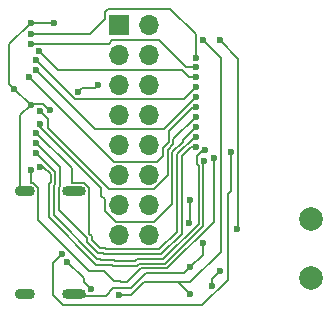
<source format=gbr>
%TF.GenerationSoftware,KiCad,Pcbnew,8.0.2-1*%
%TF.CreationDate,2024-11-26T15:22:06-05:00*%
%TF.ProjectId,hack_matrix,6861636b-5f6d-4617-9472-69782e6b6963,rev?*%
%TF.SameCoordinates,Original*%
%TF.FileFunction,Copper,L2,Bot*%
%TF.FilePolarity,Positive*%
%FSLAX46Y46*%
G04 Gerber Fmt 4.6, Leading zero omitted, Abs format (unit mm)*
G04 Created by KiCad (PCBNEW 8.0.2-1) date 2024-11-26 15:22:06*
%MOMM*%
%LPD*%
G01*
G04 APERTURE LIST*
%TA.AperFunction,ComponentPad*%
%ADD10O,2.000000X0.900000*%
%TD*%
%TA.AperFunction,ComponentPad*%
%ADD11O,1.700000X0.900000*%
%TD*%
%TA.AperFunction,ComponentPad*%
%ADD12C,2.000000*%
%TD*%
%TA.AperFunction,ComponentPad*%
%ADD13R,1.700000X1.700000*%
%TD*%
%TA.AperFunction,ComponentPad*%
%ADD14O,1.700000X1.700000*%
%TD*%
%TA.AperFunction,ViaPad*%
%ADD15C,0.600000*%
%TD*%
%TA.AperFunction,Conductor*%
%ADD16C,0.200000*%
%TD*%
G04 APERTURE END LIST*
D10*
%TO.P,J1,S1,SHIELD*%
%TO.N,GND*%
X173170000Y-83297570D03*
%TO.P,J1,S2,SHIELD*%
X173170000Y-91947570D03*
D11*
%TO.P,J1,S3,SHIELD*%
X169000000Y-83297570D03*
%TO.P,J1,S4,SHIELD*%
X169000000Y-91947570D03*
%TD*%
D12*
%TO.P,J2,1,Pin_1*%
%TO.N,+5V*%
X193216183Y-90602955D03*
%TO.P,J2,2,Pin_2*%
%TO.N,GND*%
X193216183Y-85602955D03*
%TD*%
D13*
%TO.P,U2,1,R1*%
%TO.N,Net-(U2-R1)*%
X176964810Y-69220000D03*
D14*
%TO.P,U2,2,G1*%
%TO.N,Net-(U2-G1)*%
X179504810Y-69220000D03*
%TO.P,U2,3,B1*%
%TO.N,Net-(U2-B1)*%
X176964810Y-71760000D03*
%TO.P,U2,4,GND*%
%TO.N,GND*%
X179504810Y-71760000D03*
%TO.P,U2,5,R2*%
%TO.N,Net-(U2-R2)*%
X176964810Y-74300000D03*
%TO.P,U2,6,G2*%
%TO.N,Net-(U2-G2)*%
X179504810Y-74300000D03*
%TO.P,U2,7,B2*%
%TO.N,Net-(U2-B2)*%
X176964810Y-76840000D03*
%TO.P,U2,8,GND*%
%TO.N,GND*%
X179504810Y-76840000D03*
%TO.P,U2,9,A*%
%TO.N,Net-(U1-B3)*%
X176964810Y-79380000D03*
%TO.P,U2,10,B*%
%TO.N,Net-(U1-B2)*%
X179504810Y-79380000D03*
%TO.P,U2,11,C*%
%TO.N,Net-(U1-B5)*%
X176964810Y-81920000D03*
%TO.P,U2,12,D*%
%TO.N,Net-(U1-B4)*%
X179504810Y-81920000D03*
%TO.P,U2,13,CLK*%
%TO.N,Net-(U1-B7)*%
X176964810Y-84460000D03*
%TO.P,U2,14,STROBE*%
%TO.N,Net-(U1-B6)*%
X179504810Y-84460000D03*
%TO.P,U2,15,OE-*%
%TO.N,Net-(U1-B8)*%
X176964810Y-87000000D03*
%TO.P,U2,16,GND*%
%TO.N,GND*%
X179504810Y-87000000D03*
%TD*%
D15*
%TO.N,GND*%
X185500000Y-90000000D03*
X184825735Y-91325735D03*
%TO.N,+5V*%
X182951421Y-85951421D03*
X183000000Y-84000000D03*
X173524821Y-74875179D03*
X175250000Y-74250000D03*
%TO.N,GND*%
X184065637Y-87665637D03*
X183019588Y-89710000D03*
%TO.N,Net-(J1-CC1)*%
X174588324Y-91544475D03*
%TO.N,GND*%
X168130000Y-74630000D03*
X169500000Y-76000000D03*
X171500000Y-69000000D03*
X171120736Y-76398318D03*
X169500000Y-69000000D03*
%TO.N,+3V3*%
X184100000Y-70500000D03*
X183000000Y-92000000D03*
%TO.N,/GPIO0*%
X187000000Y-86500000D03*
X185500000Y-70500000D03*
%TO.N,Net-(J1-CC1)*%
X172614871Y-89262570D03*
%TO.N,/D-*%
X186473816Y-80000000D03*
X172167951Y-88599045D03*
%TO.N,/B2*%
X183516726Y-76139377D03*
X169410604Y-73589396D03*
%TO.N,/R1*%
X183500000Y-72000000D03*
X169500000Y-70000000D03*
%TO.N,/C*%
X183512637Y-79515911D03*
X169996927Y-79199726D03*
%TO.N,/R2*%
X183507866Y-75313392D03*
X169976291Y-73023709D03*
%TO.N,/B1*%
X183507866Y-73613394D03*
X170242785Y-71400003D03*
%TO.N,/CLK*%
X184212475Y-80755323D03*
X170300071Y-81199929D03*
%TO.N,/A*%
X170324264Y-77614370D03*
X183517700Y-77823220D03*
%TO.N,/OE-*%
X169500000Y-81500000D03*
X185000000Y-80500000D03*
%TO.N,/G1*%
X169500000Y-70800003D03*
X183500000Y-72800003D03*
%TO.N,/STROBE*%
X169976736Y-80028064D03*
X184251743Y-79822059D03*
%TO.N,/D*%
X183526524Y-78659022D03*
X169984251Y-78338521D03*
%TO.N,/G2*%
X183500000Y-74500000D03*
X169942705Y-72141593D03*
%TO.N,/B*%
X183500000Y-77000000D03*
X170324264Y-76473396D03*
%TO.N,+3V3*%
X177031590Y-92098912D03*
%TD*%
D16*
%TO.N,+5V*%
X183000000Y-84000000D02*
X183000000Y-85902842D01*
X183000000Y-85902842D02*
X182951421Y-85951421D01*
%TO.N,GND*%
X184825735Y-90674265D02*
X185500000Y-90000000D01*
X184825735Y-91325735D02*
X184825735Y-90674265D01*
X173170000Y-91947570D02*
X173366905Y-92144475D01*
X173366905Y-92144475D02*
X175855525Y-92144475D01*
X175855525Y-92144475D02*
X176501088Y-91498912D01*
X176501088Y-91498912D02*
X178027786Y-91498912D01*
X179311021Y-90215677D02*
X182513911Y-90215677D01*
X178027786Y-91498912D02*
X179311021Y-90215677D01*
X182513911Y-90215677D02*
X183019588Y-89710000D01*
%TO.N,/D-*%
X186473816Y-80000000D02*
X186473816Y-83226184D01*
X184053661Y-92946339D02*
X172247427Y-92946339D01*
X186473816Y-83226184D02*
X186200000Y-83500000D01*
X186200000Y-83500000D02*
X186200000Y-90800000D01*
X186200000Y-90800000D02*
X184053661Y-92946339D01*
X172247427Y-92946339D02*
X171400000Y-92098912D01*
X171400000Y-92098912D02*
X171400000Y-89366996D01*
X171400000Y-89366996D02*
X172167951Y-88599045D01*
%TO.N,/OE-*%
X185000000Y-80500000D02*
X185000000Y-85882744D01*
X178862492Y-89815677D02*
X177678169Y-91000000D01*
X185000000Y-85882744D02*
X181067067Y-89815677D01*
X174417435Y-90000000D02*
X170150000Y-85732565D01*
X170150000Y-82986910D02*
X169710660Y-82547570D01*
X177678169Y-91000000D02*
X177202548Y-91000000D01*
X169710660Y-82547570D02*
X169547570Y-82547570D01*
X169547570Y-82547570D02*
X169500000Y-82500000D01*
X177202548Y-91000000D02*
X177072548Y-90870000D01*
X177072548Y-90870000D02*
X176575490Y-90870000D01*
X176575490Y-90870000D02*
X175705490Y-90000000D01*
X175705490Y-90000000D02*
X174417435Y-90000000D01*
X170150000Y-85732565D02*
X170150000Y-82986910D01*
X181067067Y-89815677D02*
X178862492Y-89815677D01*
X169500000Y-82500000D02*
X169500000Y-81500000D01*
%TO.N,GND*%
X171120736Y-76398318D02*
X171097715Y-76398318D01*
X170572793Y-75873396D02*
X169626604Y-75873396D01*
X171097715Y-76398318D02*
X170572793Y-75873396D01*
X169626604Y-75873396D02*
X169500000Y-76000000D01*
%TO.N,/STROBE*%
X184251743Y-79822059D02*
X184194124Y-79764440D01*
X176532280Y-89070000D02*
X175495320Y-89070000D01*
X178346797Y-89200000D02*
X176662281Y-89200000D01*
X184194124Y-79764440D02*
X184112637Y-79764440D01*
X184112637Y-79764440D02*
X183612475Y-80264602D01*
X183612475Y-80264602D02*
X183612475Y-81003852D01*
X183722733Y-81114110D02*
X183722733Y-86028639D01*
X175495320Y-89070000D02*
X175425320Y-89000000D01*
X178531120Y-89015677D02*
X178346797Y-89200000D01*
X183722733Y-86028639D02*
X180735695Y-89015677D01*
X171470000Y-82821224D02*
X171600000Y-82691224D01*
X180735695Y-89015677D02*
X178531120Y-89015677D01*
X183612475Y-81003852D02*
X183722733Y-81114110D01*
X176662281Y-89200000D02*
X176532280Y-89070000D01*
X175425320Y-89000000D02*
X175131372Y-89000000D01*
X175131372Y-89000000D02*
X171470000Y-85338628D01*
X171470000Y-85338628D02*
X171470000Y-82821224D01*
X171600000Y-82691224D02*
X171600000Y-81651328D01*
X171600000Y-81651328D02*
X169976736Y-80028064D01*
%TO.N,/CLK*%
X170582915Y-81199929D02*
X171200000Y-81817014D01*
X184212475Y-80787525D02*
X184212475Y-80755323D01*
X170300071Y-81199929D02*
X170582915Y-81199929D01*
X184122733Y-86194325D02*
X184122733Y-80877267D01*
X178512483Y-89600000D02*
X178696806Y-89415677D01*
X175065686Y-89500000D02*
X176396595Y-89500000D01*
X171070000Y-85504314D02*
X175065686Y-89500000D01*
X171200000Y-81817014D02*
X171200000Y-82525538D01*
X176396595Y-89500000D02*
X176496595Y-89600000D01*
X176496595Y-89600000D02*
X178512483Y-89600000D01*
X171200000Y-82525538D02*
X171070000Y-82655538D01*
X178696806Y-89415677D02*
X180901381Y-89415677D01*
X171070000Y-82655538D02*
X171070000Y-85504314D01*
X180901381Y-89415677D02*
X184122733Y-86194325D01*
X184122733Y-80877267D02*
X184212475Y-80787525D01*
%TO.N,/C*%
X169996927Y-79199726D02*
X172000000Y-81202799D01*
X174264206Y-87567148D02*
X175222378Y-88525320D01*
X175656228Y-88525320D02*
X175746585Y-88615677D01*
X175746585Y-88615677D02*
X180570009Y-88615677D01*
X172000000Y-82856910D02*
X171870000Y-82986910D01*
X172000000Y-81202799D02*
X172000000Y-82856910D01*
X171870000Y-84841809D02*
X174264206Y-87236015D01*
X171870000Y-82986910D02*
X171870000Y-84841809D01*
X182315686Y-86870000D02*
X182315686Y-80315686D01*
X174264206Y-87236015D02*
X174264206Y-87567148D01*
X175222378Y-88525320D02*
X175656228Y-88525320D01*
X180570009Y-88615677D02*
X182315686Y-86870000D01*
X183115461Y-79515911D02*
X183512637Y-79515911D01*
X182315686Y-80315686D02*
X183115461Y-79515911D01*
%TO.N,+5V*%
X175250000Y-74250000D02*
X174925977Y-74574023D01*
X173825977Y-74574023D02*
X173524821Y-74875179D01*
X174925977Y-74574023D02*
X173825977Y-74574023D01*
%TO.N,Net-(J1-CC1)*%
X174588324Y-91544475D02*
X174000000Y-90956151D01*
X174000000Y-90956151D02*
X174000000Y-90647699D01*
X174000000Y-90647699D02*
X172614871Y-89262570D01*
%TO.N,GND*%
X167682083Y-74182083D02*
X167682083Y-70817917D01*
X168130000Y-74630000D02*
X169500000Y-76000000D01*
X168130000Y-74630000D02*
X167682083Y-74182083D01*
X167682083Y-70817917D02*
X169500000Y-69000000D01*
X183019588Y-89710000D02*
X184065637Y-88663951D01*
X184065637Y-88663951D02*
X184065637Y-87665637D01*
%TO.N,+3V3*%
X183000000Y-91000000D02*
X185600000Y-88400000D01*
X185600000Y-88400000D02*
X185600000Y-72000000D01*
X185600000Y-72000000D02*
X184100000Y-70500000D01*
X183000000Y-92000000D02*
X182000000Y-91000000D01*
%TO.N,GND*%
X168637425Y-76862575D02*
X168637425Y-82934995D01*
X169500000Y-76000000D02*
X168637425Y-76862575D01*
X168637425Y-82934995D02*
X169000000Y-83297570D01*
X169500000Y-69000000D02*
X171500000Y-69000000D01*
%TO.N,/GPIO0*%
X187000000Y-86500000D02*
X187073816Y-86426184D01*
X187073816Y-72073816D02*
X185500000Y-70500000D01*
X187073816Y-86426184D02*
X187073816Y-72073816D01*
%TO.N,/B2*%
X181203260Y-79123086D02*
X180700000Y-79626346D01*
X180700000Y-79626346D02*
X180700000Y-80300000D01*
X180700000Y-80300000D02*
X180230000Y-80770000D01*
X183233883Y-76139377D02*
X181203260Y-78170000D01*
X176591208Y-80770000D02*
X169410604Y-73589396D01*
X183516726Y-76139377D02*
X183233883Y-76139377D01*
X180230000Y-80770000D02*
X176591208Y-80770000D01*
X181203260Y-78170000D02*
X181203260Y-79123086D01*
%TO.N,/R1*%
X181350000Y-67850000D02*
X176034810Y-67850000D01*
X183500000Y-72000000D02*
X183500000Y-70000000D01*
X176034810Y-67850000D02*
X175814810Y-68070000D01*
X174500000Y-70000000D02*
X169500000Y-70000000D01*
X183500000Y-70000000D02*
X181350000Y-67850000D01*
X175814810Y-68070000D02*
X175814810Y-68685190D01*
X175814810Y-68685190D02*
X174500000Y-70000000D01*
%TO.N,/R2*%
X174952582Y-78000000D02*
X180807574Y-78000000D01*
X169976291Y-73023709D02*
X174952582Y-78000000D01*
X183494182Y-75313392D02*
X183507866Y-75313392D01*
X180807574Y-78000000D02*
X183494182Y-75313392D01*
%TO.N,/B1*%
X171842782Y-73000000D02*
X182300660Y-73000000D01*
X182300660Y-73000000D02*
X182914054Y-73613394D01*
X182914054Y-73613394D02*
X183507866Y-73613394D01*
X170242785Y-71400003D02*
X171842782Y-73000000D01*
%TO.N,/G1*%
X169500000Y-70800003D02*
X176113651Y-70800003D01*
X176113651Y-70800003D02*
X176413654Y-70500000D01*
X176413654Y-70500000D02*
X180366346Y-70500000D01*
X180366346Y-70500000D02*
X182666349Y-72800003D01*
X182666349Y-72800003D02*
X183500000Y-72800003D01*
%TO.N,/G2*%
X173301112Y-75500000D02*
X182472729Y-75500000D01*
X182472729Y-75500000D02*
X183472729Y-74500000D01*
X183472729Y-74500000D02*
X183500000Y-74500000D01*
X169942705Y-72141593D02*
X173301112Y-75500000D01*
%TO.N,/B*%
X170324264Y-76473396D02*
X170324264Y-76650610D01*
X181100000Y-79792032D02*
X181100000Y-81951156D01*
X183500000Y-77000000D02*
X183492391Y-77000000D01*
X181603260Y-78889131D02*
X181603260Y-79288772D01*
X183492391Y-77000000D02*
X181603260Y-78889131D01*
X179981156Y-83070000D02*
X176135686Y-83070000D01*
X181100000Y-81951156D02*
X179981156Y-83070000D01*
X181603260Y-79288772D02*
X181100000Y-79792032D01*
X171000000Y-77934314D02*
X171000000Y-77149132D01*
X171000000Y-77149132D02*
X170324264Y-76473396D01*
X176135686Y-83070000D02*
X171000000Y-77934314D01*
%TO.N,+3V3*%
X177031590Y-92098912D02*
X177993472Y-92098912D01*
X177993472Y-92098912D02*
X179092384Y-91000000D01*
X179092384Y-91000000D02*
X183000000Y-91000000D01*
%TO.N,/D*%
X183526524Y-78659022D02*
X183406664Y-78659022D01*
X180404323Y-88215677D02*
X175912271Y-88215677D01*
X174470000Y-86876124D02*
X174470000Y-82986910D01*
X181900000Y-86720000D02*
X180404323Y-88215677D01*
X181900000Y-80165686D02*
X181900000Y-86720000D01*
X173000000Y-82547570D02*
X173000000Y-81354270D01*
X174664206Y-87070330D02*
X174470000Y-86876124D01*
X174664206Y-87401462D02*
X174664206Y-87070330D01*
X175912271Y-88215677D02*
X175821914Y-88125320D01*
X173000000Y-81354270D02*
X169984251Y-78338521D01*
X175388064Y-88125320D02*
X174664206Y-87401462D01*
X183406664Y-78659022D02*
X181900000Y-80165686D01*
X175821914Y-88125320D02*
X175388064Y-88125320D01*
X174470000Y-82986910D02*
X174030660Y-82547570D01*
X174030660Y-82547570D02*
X173000000Y-82547570D01*
%TO.N,/A*%
X182400000Y-79100000D02*
X181500000Y-80000000D01*
X183513797Y-77823220D02*
X182400000Y-78937017D01*
X183517700Y-77823220D02*
X183513797Y-77823220D01*
X182400000Y-78937017D02*
X182400000Y-79100000D01*
X181500000Y-80000000D02*
X181500000Y-84331156D01*
X179981156Y-85850000D02*
X176728464Y-85850000D01*
X175500000Y-83668844D02*
X175500000Y-83000000D01*
X181500000Y-84331156D02*
X179981156Y-85850000D01*
X176728464Y-85850000D02*
X175814810Y-84936346D01*
X175814810Y-84936346D02*
X175814810Y-83983654D01*
X175814810Y-83983654D02*
X175500000Y-83668844D01*
X175500000Y-83000000D02*
X170324264Y-77824264D01*
X170324264Y-77824264D02*
X170324264Y-77614370D01*
%TD*%
M02*

</source>
